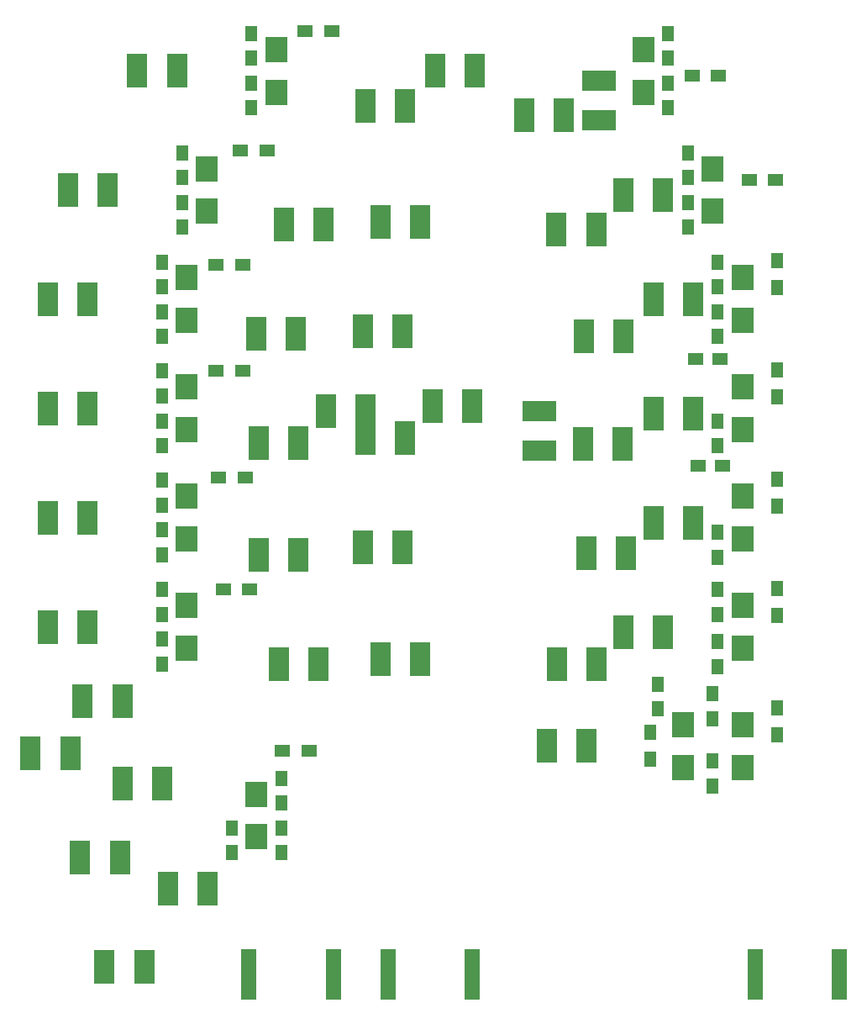
<source format=gbr>
G04 #@! TF.FileFunction,Paste,Bot*
%FSLAX46Y46*%
G04 Gerber Fmt 4.6, Leading zero omitted, Abs format (unit mm)*
G04 Created by KiCad (PCBNEW 4.0.7) date 12/14/17 19:40:15*
%MOMM*%
%LPD*%
G01*
G04 APERTURE LIST*
%ADD10C,0.100000*%
%ADD11R,1.250000X1.500000*%
%ADD12R,1.500000X1.250000*%
%ADD13R,2.000000X3.500000*%
%ADD14R,2.300000X2.500000*%
%ADD15R,1.500000X1.300000*%
%ADD16R,1.300000X1.500000*%
%ADD17R,3.500000X2.000000*%
%ADD18R,1.500000X5.080000*%
G04 APERTURE END LIST*
D10*
D11*
X130500000Y-120500000D03*
X130500000Y-123000000D03*
X84000000Y-47250000D03*
X84000000Y-49750000D03*
X77000000Y-59250000D03*
X77000000Y-61750000D03*
X75000000Y-70250000D03*
X75000000Y-72750000D03*
X75000000Y-81250000D03*
X75000000Y-83750000D03*
X75000000Y-92250000D03*
X75000000Y-94750000D03*
X75000000Y-103250000D03*
X75000000Y-105750000D03*
X84000000Y-54750000D03*
X84000000Y-52250000D03*
X128000000Y-66750000D03*
X128000000Y-64250000D03*
X75000000Y-77750000D03*
X75000000Y-75250000D03*
X75000000Y-88750000D03*
X75000000Y-86250000D03*
X75000000Y-99750000D03*
X75000000Y-97250000D03*
X75000000Y-110750000D03*
X75000000Y-108250000D03*
X126000000Y-49750000D03*
X126000000Y-47250000D03*
X128000000Y-61750000D03*
X128000000Y-59250000D03*
X131000000Y-72750000D03*
X131000000Y-70250000D03*
D12*
X128750000Y-80000000D03*
X131250000Y-80000000D03*
X129000000Y-90750000D03*
X131500000Y-90750000D03*
D11*
X131000000Y-105750000D03*
X131000000Y-103250000D03*
X126000000Y-54750000D03*
X126000000Y-52250000D03*
X77000000Y-66750000D03*
X77000000Y-64250000D03*
X131000000Y-77750000D03*
X131000000Y-75250000D03*
X131000000Y-88750000D03*
X131000000Y-86250000D03*
X131000000Y-100000000D03*
X131000000Y-97500000D03*
X131000000Y-111000000D03*
X131000000Y-108500000D03*
X82000000Y-129750000D03*
X82000000Y-127250000D03*
X87000000Y-129750000D03*
X87000000Y-127250000D03*
X87000000Y-122250000D03*
X87000000Y-124750000D03*
X125000000Y-115250000D03*
X125000000Y-112750000D03*
D13*
X117750000Y-119000000D03*
X113750000Y-119000000D03*
D11*
X130500000Y-113750000D03*
X130500000Y-116250000D03*
D14*
X84500000Y-128150000D03*
X84500000Y-123850000D03*
X123500000Y-53150000D03*
X123500000Y-48850000D03*
X86500000Y-53150000D03*
X86500000Y-48850000D03*
X79500000Y-65150000D03*
X79500000Y-60850000D03*
X77500000Y-76150000D03*
X77500000Y-71850000D03*
X77500000Y-87150000D03*
X77500000Y-82850000D03*
X77500000Y-98150000D03*
X77500000Y-93850000D03*
X77500000Y-109150000D03*
X77500000Y-104850000D03*
X127500000Y-121150000D03*
X127500000Y-116850000D03*
X130500000Y-65150000D03*
X130500000Y-60850000D03*
X133500000Y-87150000D03*
X133500000Y-82850000D03*
X133500000Y-98150000D03*
X133500000Y-93850000D03*
X133500000Y-109150000D03*
X133500000Y-104850000D03*
X133500000Y-121150000D03*
X133500000Y-116850000D03*
X133500000Y-76150000D03*
X133500000Y-71850000D03*
D15*
X89400000Y-47000000D03*
X92100000Y-47000000D03*
X82900000Y-59000000D03*
X85600000Y-59000000D03*
X80400000Y-70500000D03*
X83100000Y-70500000D03*
X80400000Y-81250000D03*
X83100000Y-81250000D03*
X80650000Y-92000000D03*
X83350000Y-92000000D03*
X81150000Y-103250000D03*
X83850000Y-103250000D03*
D16*
X124200000Y-117650000D03*
X124200000Y-120350000D03*
D15*
X131100000Y-51500000D03*
X128400000Y-51500000D03*
X136850000Y-62000000D03*
X134150000Y-62000000D03*
D16*
X137000000Y-70150000D03*
X137000000Y-72850000D03*
X137000000Y-83850000D03*
X137000000Y-81150000D03*
X137000000Y-94850000D03*
X137000000Y-92150000D03*
X137000000Y-105850000D03*
X137000000Y-103150000D03*
X137000000Y-117850000D03*
X137000000Y-115150000D03*
D15*
X87150000Y-119500000D03*
X89850000Y-119500000D03*
D13*
X63500000Y-85000000D03*
X67500000Y-85000000D03*
X84750000Y-88500000D03*
X88750000Y-88500000D03*
X73200000Y-141200000D03*
X69200000Y-141200000D03*
X95500000Y-85250000D03*
X91500000Y-85250000D03*
X72500000Y-51000000D03*
X76500000Y-51000000D03*
X65500000Y-63000000D03*
X69500000Y-63000000D03*
X63500000Y-74000000D03*
X67500000Y-74000000D03*
X63500000Y-96000000D03*
X67500000Y-96000000D03*
X63500000Y-107000000D03*
X67500000Y-107000000D03*
X79600000Y-133400000D03*
X75600000Y-133400000D03*
X95500000Y-54500000D03*
X99500000Y-54500000D03*
X87250000Y-66500000D03*
X91250000Y-66500000D03*
X84500000Y-77500000D03*
X88500000Y-77500000D03*
X84750000Y-99750000D03*
X88750000Y-99750000D03*
X86750000Y-110750000D03*
X90750000Y-110750000D03*
X70750000Y-130250000D03*
X66750000Y-130250000D03*
X95500000Y-88000000D03*
X99500000Y-88000000D03*
X106500000Y-51000000D03*
X102500000Y-51000000D03*
X101000000Y-66250000D03*
X97000000Y-66250000D03*
X99250000Y-77250000D03*
X95250000Y-77250000D03*
X102250000Y-84750000D03*
X106250000Y-84750000D03*
X99250000Y-99000000D03*
X95250000Y-99000000D03*
X101000000Y-110250000D03*
X97000000Y-110250000D03*
X75000000Y-122750000D03*
X71000000Y-122750000D03*
X111500000Y-55500000D03*
X115500000Y-55500000D03*
X114750000Y-67000000D03*
X118750000Y-67000000D03*
X117500000Y-77750000D03*
X121500000Y-77750000D03*
D17*
X113000000Y-89250000D03*
X113000000Y-85250000D03*
D13*
X117750000Y-99600000D03*
X121750000Y-99600000D03*
X114800000Y-110800000D03*
X118800000Y-110800000D03*
X65750000Y-119750000D03*
X61750000Y-119750000D03*
D17*
X119000000Y-56000000D03*
X119000000Y-52000000D03*
D13*
X125500000Y-63500000D03*
X121500000Y-63500000D03*
X128500000Y-74000000D03*
X124500000Y-74000000D03*
X128500000Y-96500000D03*
X124500000Y-96500000D03*
X125500000Y-107500000D03*
X121500000Y-107500000D03*
X117400000Y-88600000D03*
X121400000Y-88600000D03*
X128500000Y-85500000D03*
X124500000Y-85500000D03*
X67000000Y-114500000D03*
X71000000Y-114500000D03*
D18*
X97750000Y-142000000D03*
X106250000Y-142000000D03*
X83750000Y-142000000D03*
X92250000Y-142000000D03*
X134750000Y-142000000D03*
X143250000Y-142000000D03*
M02*

</source>
